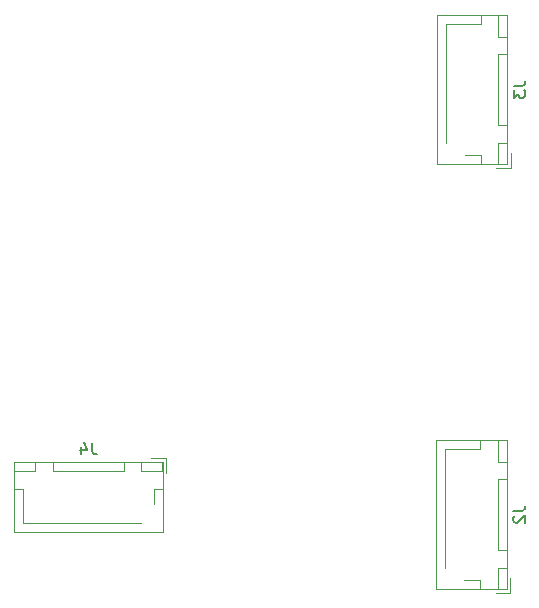
<source format=gbr>
%TF.GenerationSoftware,KiCad,Pcbnew,8.0.5*%
%TF.CreationDate,2024-09-19T11:27:23+10:00*%
%TF.ProjectId,SBR2.1,53425232-2e31-42e6-9b69-6361645f7063,rev?*%
%TF.SameCoordinates,Original*%
%TF.FileFunction,Legend,Bot*%
%TF.FilePolarity,Positive*%
%FSLAX46Y46*%
G04 Gerber Fmt 4.6, Leading zero omitted, Abs format (unit mm)*
G04 Created by KiCad (PCBNEW 8.0.5) date 2024-09-19 11:27:23*
%MOMM*%
%LPD*%
G01*
G04 APERTURE LIST*
%ADD10C,0.150000*%
%ADD11C,0.120000*%
G04 APERTURE END LIST*
D10*
X127333333Y-78379819D02*
X127333333Y-79094104D01*
X127333333Y-79094104D02*
X127380952Y-79236961D01*
X127380952Y-79236961D02*
X127476190Y-79332200D01*
X127476190Y-79332200D02*
X127619047Y-79379819D01*
X127619047Y-79379819D02*
X127714285Y-79379819D01*
X126428571Y-78713152D02*
X126428571Y-79379819D01*
X126666666Y-78332200D02*
X126904761Y-79046485D01*
X126904761Y-79046485D02*
X126285714Y-79046485D01*
X163029819Y-48166666D02*
X163744104Y-48166666D01*
X163744104Y-48166666D02*
X163886961Y-48119047D01*
X163886961Y-48119047D02*
X163982200Y-48023809D01*
X163982200Y-48023809D02*
X164029819Y-47880952D01*
X164029819Y-47880952D02*
X164029819Y-47785714D01*
X163029819Y-48547619D02*
X163029819Y-49166666D01*
X163029819Y-49166666D02*
X163410771Y-48833333D01*
X163410771Y-48833333D02*
X163410771Y-48976190D01*
X163410771Y-48976190D02*
X163458390Y-49071428D01*
X163458390Y-49071428D02*
X163506009Y-49119047D01*
X163506009Y-49119047D02*
X163601247Y-49166666D01*
X163601247Y-49166666D02*
X163839342Y-49166666D01*
X163839342Y-49166666D02*
X163934580Y-49119047D01*
X163934580Y-49119047D02*
X163982200Y-49071428D01*
X163982200Y-49071428D02*
X164029819Y-48976190D01*
X164029819Y-48976190D02*
X164029819Y-48690476D01*
X164029819Y-48690476D02*
X163982200Y-48595238D01*
X163982200Y-48595238D02*
X163934580Y-48547619D01*
X163004819Y-84166666D02*
X163719104Y-84166666D01*
X163719104Y-84166666D02*
X163861961Y-84119047D01*
X163861961Y-84119047D02*
X163957200Y-84023809D01*
X163957200Y-84023809D02*
X164004819Y-83880952D01*
X164004819Y-83880952D02*
X164004819Y-83785714D01*
X163100057Y-84595238D02*
X163052438Y-84642857D01*
X163052438Y-84642857D02*
X163004819Y-84738095D01*
X163004819Y-84738095D02*
X163004819Y-84976190D01*
X163004819Y-84976190D02*
X163052438Y-85071428D01*
X163052438Y-85071428D02*
X163100057Y-85119047D01*
X163100057Y-85119047D02*
X163195295Y-85166666D01*
X163195295Y-85166666D02*
X163290533Y-85166666D01*
X163290533Y-85166666D02*
X163433390Y-85119047D01*
X163433390Y-85119047D02*
X164004819Y-84547619D01*
X164004819Y-84547619D02*
X164004819Y-85166666D01*
D11*
%TO.C,J4*%
X133600000Y-80975000D02*
X133600000Y-79725000D01*
X133310000Y-85985000D02*
X133310000Y-80015000D01*
X120690000Y-85985000D02*
X133310000Y-85985000D01*
X133300000Y-80775000D02*
X133300000Y-80025000D01*
X131500000Y-80775000D02*
X133300000Y-80775000D01*
X132550000Y-82275000D02*
X133300000Y-82275000D01*
X132550000Y-83615000D02*
X132550000Y-82275000D01*
X133600000Y-79725000D02*
X132350000Y-79725000D01*
X133300000Y-80025000D02*
X131500000Y-80025000D01*
X131500000Y-80025000D02*
X131500000Y-80775000D01*
X130000000Y-80775000D02*
X130000000Y-80025000D01*
X124000000Y-80775000D02*
X130000000Y-80775000D01*
X131490000Y-85225000D02*
X127000000Y-85225000D01*
X130000000Y-80025000D02*
X124000000Y-80025000D01*
X124000000Y-80025000D02*
X124000000Y-80775000D01*
X122500000Y-80775000D02*
X122500000Y-80025000D01*
X120700000Y-80775000D02*
X122500000Y-80775000D01*
X121450000Y-85225000D02*
X121450000Y-82275000D01*
X127000000Y-85225000D02*
X121450000Y-85225000D01*
X122500000Y-80025000D02*
X120700000Y-80025000D01*
X120700000Y-80025000D02*
X120700000Y-80775000D01*
X121450000Y-82275000D02*
X120700000Y-82275000D01*
X133310000Y-80015000D02*
X120690000Y-80015000D01*
X120690000Y-80015000D02*
X120690000Y-85985000D01*
%TO.C,J3*%
X156515000Y-42190000D02*
X156515000Y-54810000D01*
X156515000Y-54810000D02*
X162485000Y-54810000D01*
X157275000Y-42950000D02*
X160225000Y-42950000D01*
X157275000Y-48500000D02*
X157275000Y-42950000D01*
X157275000Y-52990000D02*
X157275000Y-48500000D01*
X158885000Y-54050000D02*
X160225000Y-54050000D01*
X160225000Y-42950000D02*
X160225000Y-42200000D01*
X160225000Y-54050000D02*
X160225000Y-54800000D01*
X161525000Y-55100000D02*
X162775000Y-55100000D01*
X161725000Y-42200000D02*
X161725000Y-44000000D01*
X161725000Y-44000000D02*
X162475000Y-44000000D01*
X161725000Y-45500000D02*
X161725000Y-51500000D01*
X161725000Y-51500000D02*
X162475000Y-51500000D01*
X161725000Y-53000000D02*
X161725000Y-54800000D01*
X161725000Y-54800000D02*
X162475000Y-54800000D01*
X162475000Y-42200000D02*
X161725000Y-42200000D01*
X162475000Y-44000000D02*
X162475000Y-42200000D01*
X162475000Y-45500000D02*
X161725000Y-45500000D01*
X162475000Y-51500000D02*
X162475000Y-45500000D01*
X162475000Y-53000000D02*
X161725000Y-53000000D01*
X162475000Y-54800000D02*
X162475000Y-53000000D01*
X162485000Y-42190000D02*
X156515000Y-42190000D01*
X162485000Y-54810000D02*
X162485000Y-42190000D01*
X162775000Y-55100000D02*
X162775000Y-53850000D01*
%TO.C,J2*%
X156490000Y-78190000D02*
X156490000Y-90810000D01*
X156490000Y-90810000D02*
X162460000Y-90810000D01*
X157250000Y-78950000D02*
X160200000Y-78950000D01*
X157250000Y-84500000D02*
X157250000Y-78950000D01*
X157250000Y-88990000D02*
X157250000Y-84500000D01*
X158860000Y-90050000D02*
X160200000Y-90050000D01*
X160200000Y-78950000D02*
X160200000Y-78200000D01*
X160200000Y-90050000D02*
X160200000Y-90800000D01*
X161500000Y-91100000D02*
X162750000Y-91100000D01*
X161700000Y-78200000D02*
X161700000Y-80000000D01*
X161700000Y-80000000D02*
X162450000Y-80000000D01*
X161700000Y-81500000D02*
X161700000Y-87500000D01*
X161700000Y-87500000D02*
X162450000Y-87500000D01*
X161700000Y-89000000D02*
X161700000Y-90800000D01*
X161700000Y-90800000D02*
X162450000Y-90800000D01*
X162450000Y-78200000D02*
X161700000Y-78200000D01*
X162450000Y-80000000D02*
X162450000Y-78200000D01*
X162450000Y-81500000D02*
X161700000Y-81500000D01*
X162450000Y-87500000D02*
X162450000Y-81500000D01*
X162450000Y-89000000D02*
X161700000Y-89000000D01*
X162450000Y-90800000D02*
X162450000Y-89000000D01*
X162460000Y-78190000D02*
X156490000Y-78190000D01*
X162460000Y-90810000D02*
X162460000Y-78190000D01*
X162750000Y-91100000D02*
X162750000Y-89850000D01*
%TD*%
M02*

</source>
